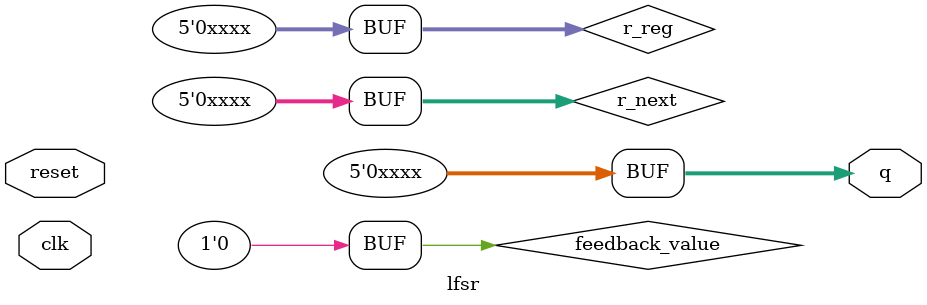
<source format=v>
module lfsr( 
    input clk,
    input reset,
    output [4:0] q
); 
reg [4:0] r_reg;
wire [4:0] r_next;
wire feedback_value;
// on reset set the value of r_reg to 1
// otherwise assign r_next to r_reg
// assign the xor of bit positions 2 and 4 of r_reg to feedback_value
// assign feedback concatenated with 4 most significant bits of r_reg to r_next
// assign r_reg to the output q

always @*
begin
r_reg <= {1'b0,r_reg[3:0]};
end
assign r_next = r_reg;
assign feedback_value = r_reg[4];
assign r_next[4] = feedback_value ^ (r_reg[1] ^ r_reg[4]);
assign q = r_reg;
endmodule

</source>
